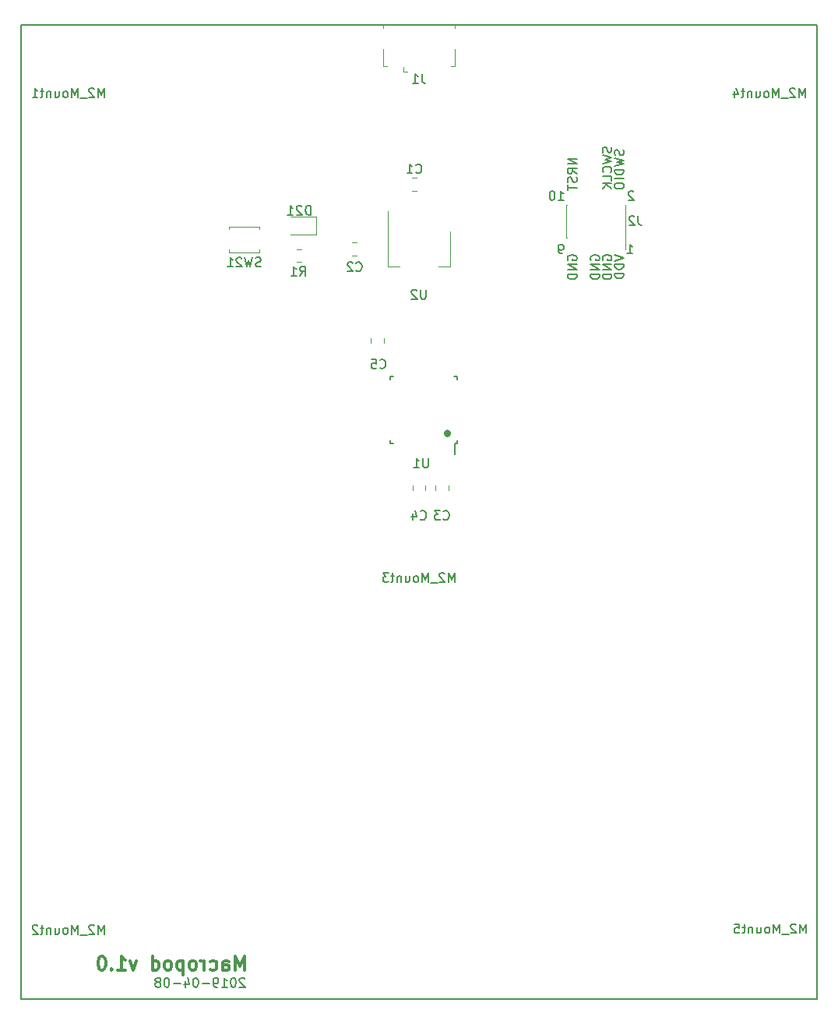
<source format=gbr>
%TF.GenerationSoftware,KiCad,Pcbnew,(5.0.2-5-10.14)*%
%TF.CreationDate,2019-04-08T21:19:03+10:00*%
%TF.ProjectId,macropod,6d616372-6f70-46f6-942e-6b696361645f,rev?*%
%TF.SameCoordinates,Original*%
%TF.FileFunction,Legend,Bot*%
%TF.FilePolarity,Positive*%
%FSLAX46Y46*%
G04 Gerber Fmt 4.6, Leading zero omitted, Abs format (unit mm)*
G04 Created by KiCad (PCBNEW (5.0.2-5-10.14)) date Monday, 08 April 2019 at 09:19:03 pm*
%MOMM*%
%LPD*%
G01*
G04 APERTURE LIST*
%ADD10C,0.150000*%
%ADD11C,0.400000*%
%ADD12C,0.300000*%
%ADD13C,0.120000*%
G04 APERTURE END LIST*
D10*
X93904761Y-41687976D02*
X93952380Y-41830833D01*
X93952380Y-42068928D01*
X93904761Y-42164166D01*
X93857142Y-42211785D01*
X93761904Y-42259404D01*
X93666666Y-42259404D01*
X93571428Y-42211785D01*
X93523809Y-42164166D01*
X93476190Y-42068928D01*
X93428571Y-41878452D01*
X93380952Y-41783214D01*
X93333333Y-41735595D01*
X93238095Y-41687976D01*
X93142857Y-41687976D01*
X93047619Y-41735595D01*
X93000000Y-41783214D01*
X92952380Y-41878452D01*
X92952380Y-42116547D01*
X93000000Y-42259404D01*
X92952380Y-42592738D02*
X93952380Y-42830833D01*
X93238095Y-43021309D01*
X93952380Y-43211785D01*
X92952380Y-43449880D01*
X93857142Y-44402261D02*
X93904761Y-44354642D01*
X93952380Y-44211785D01*
X93952380Y-44116547D01*
X93904761Y-43973690D01*
X93809523Y-43878452D01*
X93714285Y-43830833D01*
X93523809Y-43783214D01*
X93380952Y-43783214D01*
X93190476Y-43830833D01*
X93095238Y-43878452D01*
X93000000Y-43973690D01*
X92952380Y-44116547D01*
X92952380Y-44211785D01*
X93000000Y-44354642D01*
X93047619Y-44402261D01*
X93952380Y-45307023D02*
X93952380Y-44830833D01*
X92952380Y-44830833D01*
X93952380Y-45640357D02*
X92952380Y-45640357D01*
X93952380Y-46211785D02*
X93380952Y-45783214D01*
X92952380Y-46211785D02*
X93523809Y-45640357D01*
X95204761Y-41987976D02*
X95252380Y-42130833D01*
X95252380Y-42368928D01*
X95204761Y-42464166D01*
X95157142Y-42511785D01*
X95061904Y-42559404D01*
X94966666Y-42559404D01*
X94871428Y-42511785D01*
X94823809Y-42464166D01*
X94776190Y-42368928D01*
X94728571Y-42178452D01*
X94680952Y-42083214D01*
X94633333Y-42035595D01*
X94538095Y-41987976D01*
X94442857Y-41987976D01*
X94347619Y-42035595D01*
X94300000Y-42083214D01*
X94252380Y-42178452D01*
X94252380Y-42416547D01*
X94300000Y-42559404D01*
X94252380Y-42892738D02*
X95252380Y-43130833D01*
X94538095Y-43321309D01*
X95252380Y-43511785D01*
X94252380Y-43749880D01*
X95252380Y-44130833D02*
X94252380Y-44130833D01*
X94252380Y-44368928D01*
X94300000Y-44511785D01*
X94395238Y-44607023D01*
X94490476Y-44654642D01*
X94680952Y-44702261D01*
X94823809Y-44702261D01*
X95014285Y-44654642D01*
X95109523Y-44607023D01*
X95204761Y-44511785D01*
X95252380Y-44368928D01*
X95252380Y-44130833D01*
X95252380Y-45130833D02*
X94252380Y-45130833D01*
X94252380Y-45797500D02*
X94252380Y-45987976D01*
X94300000Y-46083214D01*
X94395238Y-46178452D01*
X94585714Y-46226071D01*
X94919047Y-46226071D01*
X95109523Y-46178452D01*
X95204761Y-46083214D01*
X95252380Y-45987976D01*
X95252380Y-45797500D01*
X95204761Y-45702261D01*
X95109523Y-45607023D01*
X94919047Y-45559404D01*
X94585714Y-45559404D01*
X94395238Y-45607023D01*
X94300000Y-45702261D01*
X94252380Y-45797500D01*
X90152380Y-42935595D02*
X89152380Y-42935595D01*
X90152380Y-43507023D01*
X89152380Y-43507023D01*
X90152380Y-44554642D02*
X89676190Y-44221309D01*
X90152380Y-43983214D02*
X89152380Y-43983214D01*
X89152380Y-44364166D01*
X89200000Y-44459404D01*
X89247619Y-44507023D01*
X89342857Y-44554642D01*
X89485714Y-44554642D01*
X89580952Y-44507023D01*
X89628571Y-44459404D01*
X89676190Y-44364166D01*
X89676190Y-43983214D01*
X90104761Y-44935595D02*
X90152380Y-45078452D01*
X90152380Y-45316547D01*
X90104761Y-45411785D01*
X90057142Y-45459404D01*
X89961904Y-45507023D01*
X89866666Y-45507023D01*
X89771428Y-45459404D01*
X89723809Y-45411785D01*
X89676190Y-45316547D01*
X89628571Y-45126071D01*
X89580952Y-45030833D01*
X89533333Y-44983214D01*
X89438095Y-44935595D01*
X89342857Y-44935595D01*
X89247619Y-44983214D01*
X89200000Y-45030833D01*
X89152380Y-45126071D01*
X89152380Y-45364166D01*
X89200000Y-45507023D01*
X89152380Y-45792738D02*
X89152380Y-46364166D01*
X90152380Y-46078452D02*
X89152380Y-46078452D01*
X89200000Y-53959404D02*
X89152380Y-53864166D01*
X89152380Y-53721309D01*
X89200000Y-53578452D01*
X89295238Y-53483214D01*
X89390476Y-53435595D01*
X89580952Y-53387976D01*
X89723809Y-53387976D01*
X89914285Y-53435595D01*
X90009523Y-53483214D01*
X90104761Y-53578452D01*
X90152380Y-53721309D01*
X90152380Y-53816547D01*
X90104761Y-53959404D01*
X90057142Y-54007023D01*
X89723809Y-54007023D01*
X89723809Y-53816547D01*
X90152380Y-54435595D02*
X89152380Y-54435595D01*
X90152380Y-55007023D01*
X89152380Y-55007023D01*
X90152380Y-55483214D02*
X89152380Y-55483214D01*
X89152380Y-55721309D01*
X89200000Y-55864166D01*
X89295238Y-55959404D01*
X89390476Y-56007023D01*
X89580952Y-56054642D01*
X89723809Y-56054642D01*
X89914285Y-56007023D01*
X90009523Y-55959404D01*
X90104761Y-55864166D01*
X90152380Y-55721309D01*
X90152380Y-55483214D01*
X91700000Y-53959404D02*
X91652380Y-53864166D01*
X91652380Y-53721309D01*
X91700000Y-53578452D01*
X91795238Y-53483214D01*
X91890476Y-53435595D01*
X92080952Y-53387976D01*
X92223809Y-53387976D01*
X92414285Y-53435595D01*
X92509523Y-53483214D01*
X92604761Y-53578452D01*
X92652380Y-53721309D01*
X92652380Y-53816547D01*
X92604761Y-53959404D01*
X92557142Y-54007023D01*
X92223809Y-54007023D01*
X92223809Y-53816547D01*
X92652380Y-54435595D02*
X91652380Y-54435595D01*
X92652380Y-55007023D01*
X91652380Y-55007023D01*
X92652380Y-55483214D02*
X91652380Y-55483214D01*
X91652380Y-55721309D01*
X91700000Y-55864166D01*
X91795238Y-55959404D01*
X91890476Y-56007023D01*
X92080952Y-56054642D01*
X92223809Y-56054642D01*
X92414285Y-56007023D01*
X92509523Y-55959404D01*
X92604761Y-55864166D01*
X92652380Y-55721309D01*
X92652380Y-55483214D01*
X88140595Y-47452380D02*
X88712023Y-47452380D01*
X88426309Y-47452380D02*
X88426309Y-46452380D01*
X88521547Y-46595238D01*
X88616785Y-46690476D01*
X88712023Y-46738095D01*
X87521547Y-46452380D02*
X87426309Y-46452380D01*
X87331071Y-46500000D01*
X87283452Y-46547619D01*
X87235833Y-46642857D01*
X87188214Y-46833333D01*
X87188214Y-47071428D01*
X87235833Y-47261904D01*
X87283452Y-47357142D01*
X87331071Y-47404761D01*
X87426309Y-47452380D01*
X87521547Y-47452380D01*
X87616785Y-47404761D01*
X87664404Y-47357142D01*
X87712023Y-47261904D01*
X87759642Y-47071428D01*
X87759642Y-46833333D01*
X87712023Y-46642857D01*
X87664404Y-46547619D01*
X87616785Y-46500000D01*
X87521547Y-46452380D01*
X88616785Y-53252380D02*
X88426309Y-53252380D01*
X88331071Y-53204761D01*
X88283452Y-53157142D01*
X88188214Y-53014285D01*
X88140595Y-52823809D01*
X88140595Y-52442857D01*
X88188214Y-52347619D01*
X88235833Y-52300000D01*
X88331071Y-52252380D01*
X88521547Y-52252380D01*
X88616785Y-52300000D01*
X88664404Y-52347619D01*
X88712023Y-52442857D01*
X88712023Y-52680952D01*
X88664404Y-52776190D01*
X88616785Y-52823809D01*
X88521547Y-52871428D01*
X88331071Y-52871428D01*
X88235833Y-52823809D01*
X88188214Y-52776190D01*
X88140595Y-52680952D01*
X96312023Y-46547619D02*
X96264404Y-46500000D01*
X96169166Y-46452380D01*
X95931071Y-46452380D01*
X95835833Y-46500000D01*
X95788214Y-46547619D01*
X95740595Y-46642857D01*
X95740595Y-46738095D01*
X95788214Y-46880952D01*
X96359642Y-47452380D01*
X95740595Y-47452380D01*
X95640595Y-53252380D02*
X96212023Y-53252380D01*
X95926309Y-53252380D02*
X95926309Y-52252380D01*
X96021547Y-52395238D01*
X96116785Y-52490476D01*
X96212023Y-52538095D01*
X93000000Y-53959404D02*
X92952380Y-53864166D01*
X92952380Y-53721309D01*
X93000000Y-53578452D01*
X93095238Y-53483214D01*
X93190476Y-53435595D01*
X93380952Y-53387976D01*
X93523809Y-53387976D01*
X93714285Y-53435595D01*
X93809523Y-53483214D01*
X93904761Y-53578452D01*
X93952380Y-53721309D01*
X93952380Y-53816547D01*
X93904761Y-53959404D01*
X93857142Y-54007023D01*
X93523809Y-54007023D01*
X93523809Y-53816547D01*
X93952380Y-54435595D02*
X92952380Y-54435595D01*
X93952380Y-55007023D01*
X92952380Y-55007023D01*
X93952380Y-55483214D02*
X92952380Y-55483214D01*
X92952380Y-55721309D01*
X93000000Y-55864166D01*
X93095238Y-55959404D01*
X93190476Y-56007023D01*
X93380952Y-56054642D01*
X93523809Y-56054642D01*
X93714285Y-56007023D01*
X93809523Y-55959404D01*
X93904761Y-55864166D01*
X93952380Y-55721309D01*
X93952380Y-55483214D01*
X94252380Y-53392738D02*
X95252380Y-53726071D01*
X94252380Y-54059404D01*
X95252380Y-54392738D02*
X94252380Y-54392738D01*
X94252380Y-54630833D01*
X94300000Y-54773690D01*
X94395238Y-54868928D01*
X94490476Y-54916547D01*
X94680952Y-54964166D01*
X94823809Y-54964166D01*
X95014285Y-54916547D01*
X95109523Y-54868928D01*
X95204761Y-54773690D01*
X95252380Y-54630833D01*
X95252380Y-54392738D01*
X95252380Y-55392738D02*
X94252380Y-55392738D01*
X94252380Y-55630833D01*
X94300000Y-55773690D01*
X94395238Y-55868928D01*
X94490476Y-55916547D01*
X94680952Y-55964166D01*
X94823809Y-55964166D01*
X95014285Y-55916547D01*
X95109523Y-55868928D01*
X95204761Y-55773690D01*
X95252380Y-55630833D01*
X95252380Y-55392738D01*
X54057142Y-132047619D02*
X54009523Y-132000000D01*
X53914285Y-131952380D01*
X53676190Y-131952380D01*
X53580952Y-132000000D01*
X53533333Y-132047619D01*
X53485714Y-132142857D01*
X53485714Y-132238095D01*
X53533333Y-132380952D01*
X54104761Y-132952380D01*
X53485714Y-132952380D01*
X52866666Y-131952380D02*
X52771428Y-131952380D01*
X52676190Y-132000000D01*
X52628571Y-132047619D01*
X52580952Y-132142857D01*
X52533333Y-132333333D01*
X52533333Y-132571428D01*
X52580952Y-132761904D01*
X52628571Y-132857142D01*
X52676190Y-132904761D01*
X52771428Y-132952380D01*
X52866666Y-132952380D01*
X52961904Y-132904761D01*
X53009523Y-132857142D01*
X53057142Y-132761904D01*
X53104761Y-132571428D01*
X53104761Y-132333333D01*
X53057142Y-132142857D01*
X53009523Y-132047619D01*
X52961904Y-132000000D01*
X52866666Y-131952380D01*
X51580952Y-132952380D02*
X52152380Y-132952380D01*
X51866666Y-132952380D02*
X51866666Y-131952380D01*
X51961904Y-132095238D01*
X52057142Y-132190476D01*
X52152380Y-132238095D01*
X51104761Y-132952380D02*
X50914285Y-132952380D01*
X50819047Y-132904761D01*
X50771428Y-132857142D01*
X50676190Y-132714285D01*
X50628571Y-132523809D01*
X50628571Y-132142857D01*
X50676190Y-132047619D01*
X50723809Y-132000000D01*
X50819047Y-131952380D01*
X51009523Y-131952380D01*
X51104761Y-132000000D01*
X51152380Y-132047619D01*
X51200000Y-132142857D01*
X51200000Y-132380952D01*
X51152380Y-132476190D01*
X51104761Y-132523809D01*
X51009523Y-132571428D01*
X50819047Y-132571428D01*
X50723809Y-132523809D01*
X50676190Y-132476190D01*
X50628571Y-132380952D01*
X50200000Y-132571428D02*
X49438095Y-132571428D01*
X48771428Y-131952380D02*
X48676190Y-131952380D01*
X48580952Y-132000000D01*
X48533333Y-132047619D01*
X48485714Y-132142857D01*
X48438095Y-132333333D01*
X48438095Y-132571428D01*
X48485714Y-132761904D01*
X48533333Y-132857142D01*
X48580952Y-132904761D01*
X48676190Y-132952380D01*
X48771428Y-132952380D01*
X48866666Y-132904761D01*
X48914285Y-132857142D01*
X48961904Y-132761904D01*
X49009523Y-132571428D01*
X49009523Y-132333333D01*
X48961904Y-132142857D01*
X48914285Y-132047619D01*
X48866666Y-132000000D01*
X48771428Y-131952380D01*
X47580952Y-132285714D02*
X47580952Y-132952380D01*
X47819047Y-131904761D02*
X48057142Y-132619047D01*
X47438095Y-132619047D01*
X47057142Y-132571428D02*
X46295238Y-132571428D01*
X45628571Y-131952380D02*
X45533333Y-131952380D01*
X45438095Y-132000000D01*
X45390476Y-132047619D01*
X45342857Y-132142857D01*
X45295238Y-132333333D01*
X45295238Y-132571428D01*
X45342857Y-132761904D01*
X45390476Y-132857142D01*
X45438095Y-132904761D01*
X45533333Y-132952380D01*
X45628571Y-132952380D01*
X45723809Y-132904761D01*
X45771428Y-132857142D01*
X45819047Y-132761904D01*
X45866666Y-132571428D01*
X45866666Y-132333333D01*
X45819047Y-132142857D01*
X45771428Y-132047619D01*
X45723809Y-132000000D01*
X45628571Y-131952380D01*
X44723809Y-132380952D02*
X44819047Y-132333333D01*
X44866666Y-132285714D01*
X44914285Y-132190476D01*
X44914285Y-132142857D01*
X44866666Y-132047619D01*
X44819047Y-132000000D01*
X44723809Y-131952380D01*
X44533333Y-131952380D01*
X44438095Y-132000000D01*
X44390476Y-132047619D01*
X44342857Y-132142857D01*
X44342857Y-132190476D01*
X44390476Y-132285714D01*
X44438095Y-132333333D01*
X44533333Y-132380952D01*
X44723809Y-132380952D01*
X44819047Y-132428571D01*
X44866666Y-132476190D01*
X44914285Y-132571428D01*
X44914285Y-132761904D01*
X44866666Y-132857142D01*
X44819047Y-132904761D01*
X44723809Y-132952380D01*
X44533333Y-132952380D01*
X44438095Y-132904761D01*
X44390476Y-132857142D01*
X44342857Y-132761904D01*
X44342857Y-132571428D01*
X44390476Y-132476190D01*
X44438095Y-132428571D01*
X44533333Y-132380952D01*
D11*
X76300000Y-72800000D02*
G75*
G03X76300000Y-72800000I-200000J0D01*
G01*
D12*
X54028571Y-131078571D02*
X54028571Y-129578571D01*
X53528571Y-130650000D01*
X53028571Y-129578571D01*
X53028571Y-131078571D01*
X51671428Y-131078571D02*
X51671428Y-130292857D01*
X51742857Y-130150000D01*
X51885714Y-130078571D01*
X52171428Y-130078571D01*
X52314285Y-130150000D01*
X51671428Y-131007142D02*
X51814285Y-131078571D01*
X52171428Y-131078571D01*
X52314285Y-131007142D01*
X52385714Y-130864285D01*
X52385714Y-130721428D01*
X52314285Y-130578571D01*
X52171428Y-130507142D01*
X51814285Y-130507142D01*
X51671428Y-130435714D01*
X50314285Y-131007142D02*
X50457142Y-131078571D01*
X50742857Y-131078571D01*
X50885714Y-131007142D01*
X50957142Y-130935714D01*
X51028571Y-130792857D01*
X51028571Y-130364285D01*
X50957142Y-130221428D01*
X50885714Y-130150000D01*
X50742857Y-130078571D01*
X50457142Y-130078571D01*
X50314285Y-130150000D01*
X49671428Y-131078571D02*
X49671428Y-130078571D01*
X49671428Y-130364285D02*
X49600000Y-130221428D01*
X49528571Y-130150000D01*
X49385714Y-130078571D01*
X49242857Y-130078571D01*
X48528571Y-131078571D02*
X48671428Y-131007142D01*
X48742857Y-130935714D01*
X48814285Y-130792857D01*
X48814285Y-130364285D01*
X48742857Y-130221428D01*
X48671428Y-130150000D01*
X48528571Y-130078571D01*
X48314285Y-130078571D01*
X48171428Y-130150000D01*
X48100000Y-130221428D01*
X48028571Y-130364285D01*
X48028571Y-130792857D01*
X48100000Y-130935714D01*
X48171428Y-131007142D01*
X48314285Y-131078571D01*
X48528571Y-131078571D01*
X47385714Y-130078571D02*
X47385714Y-131578571D01*
X47385714Y-130150000D02*
X47242857Y-130078571D01*
X46957142Y-130078571D01*
X46814285Y-130150000D01*
X46742857Y-130221428D01*
X46671428Y-130364285D01*
X46671428Y-130792857D01*
X46742857Y-130935714D01*
X46814285Y-131007142D01*
X46957142Y-131078571D01*
X47242857Y-131078571D01*
X47385714Y-131007142D01*
X45814285Y-131078571D02*
X45957142Y-131007142D01*
X46028571Y-130935714D01*
X46100000Y-130792857D01*
X46100000Y-130364285D01*
X46028571Y-130221428D01*
X45957142Y-130150000D01*
X45814285Y-130078571D01*
X45600000Y-130078571D01*
X45457142Y-130150000D01*
X45385714Y-130221428D01*
X45314285Y-130364285D01*
X45314285Y-130792857D01*
X45385714Y-130935714D01*
X45457142Y-131007142D01*
X45600000Y-131078571D01*
X45814285Y-131078571D01*
X44028571Y-131078571D02*
X44028571Y-129578571D01*
X44028571Y-131007142D02*
X44171428Y-131078571D01*
X44457142Y-131078571D01*
X44600000Y-131007142D01*
X44671428Y-130935714D01*
X44742857Y-130792857D01*
X44742857Y-130364285D01*
X44671428Y-130221428D01*
X44600000Y-130150000D01*
X44457142Y-130078571D01*
X44171428Y-130078571D01*
X44028571Y-130150000D01*
X42314285Y-130078571D02*
X41957142Y-131078571D01*
X41600000Y-130078571D01*
X40242857Y-131078571D02*
X41100000Y-131078571D01*
X40671428Y-131078571D02*
X40671428Y-129578571D01*
X40814285Y-129792857D01*
X40957142Y-129935714D01*
X41100000Y-130007142D01*
X39600000Y-130935714D02*
X39528571Y-131007142D01*
X39600000Y-131078571D01*
X39671428Y-131007142D01*
X39600000Y-130935714D01*
X39600000Y-131078571D01*
X38600000Y-129578571D02*
X38457142Y-129578571D01*
X38314285Y-129650000D01*
X38242857Y-129721428D01*
X38171428Y-129864285D01*
X38100000Y-130150000D01*
X38100000Y-130507142D01*
X38171428Y-130792857D01*
X38242857Y-130935714D01*
X38314285Y-131007142D01*
X38457142Y-131078571D01*
X38600000Y-131078571D01*
X38742857Y-131007142D01*
X38814285Y-130935714D01*
X38885714Y-130792857D01*
X38957142Y-130507142D01*
X38957142Y-130150000D01*
X38885714Y-129864285D01*
X38814285Y-129721428D01*
X38742857Y-129650000D01*
X38600000Y-129578571D01*
D10*
X29700000Y-28429951D02*
X29700000Y-134229951D01*
X29700000Y-134229951D02*
X116300000Y-134229951D01*
X116300000Y-28429951D02*
X116300000Y-134229951D01*
X29700000Y-28429951D02*
X116300000Y-28429951D01*
D13*
X72761252Y-45019951D02*
X72238748Y-45019951D01*
X72761252Y-46439951D02*
X72238748Y-46439951D01*
X66261252Y-52019951D02*
X65738748Y-52019951D01*
X66261252Y-53439951D02*
X65738748Y-53439951D01*
X74790000Y-78468699D02*
X74790000Y-78991203D01*
X76210000Y-78468699D02*
X76210000Y-78991203D01*
X69210000Y-62991203D02*
X69210000Y-62468699D01*
X67790000Y-62991203D02*
X67790000Y-62468699D01*
X71300000Y-33472451D02*
X71300000Y-33022451D01*
X71300000Y-33472451D02*
X71750000Y-33472451D01*
X76900000Y-32922451D02*
X76450000Y-32922451D01*
X76900000Y-31072451D02*
X76900000Y-32922451D01*
X69100000Y-28522451D02*
X69100000Y-28772451D01*
X76900000Y-28522451D02*
X76900000Y-28772451D01*
X69100000Y-31072451D02*
X69100000Y-32922451D01*
X69100000Y-32922451D02*
X69550000Y-32922451D01*
X95475000Y-51505000D02*
X95475000Y-47975000D01*
X89005000Y-51505000D02*
X89005000Y-47975000D01*
X95410000Y-52830000D02*
X95410000Y-51505000D01*
X95475000Y-51505000D02*
X95410000Y-51505000D01*
X95475000Y-47975000D02*
X95410000Y-47975000D01*
X89070000Y-51505000D02*
X89005000Y-51505000D01*
X89070000Y-47975000D02*
X89005000Y-47975000D01*
D10*
X77125000Y-73854951D02*
X76900000Y-73854951D01*
X77125000Y-66604951D02*
X76825000Y-66604951D01*
X69875000Y-66604951D02*
X70175000Y-66604951D01*
X69875000Y-73854951D02*
X70175000Y-73854951D01*
X77125000Y-73854951D02*
X77125000Y-73554951D01*
X69875000Y-73854951D02*
X69875000Y-73554951D01*
X69875000Y-66604951D02*
X69875000Y-66904951D01*
X77125000Y-66604951D02*
X77125000Y-66904951D01*
X76900000Y-73854951D02*
X76900000Y-75079951D01*
D13*
X76410000Y-54639951D02*
X75150000Y-54639951D01*
X69590000Y-54639951D02*
X70850000Y-54639951D01*
X76410000Y-50879951D02*
X76410000Y-54639951D01*
X69590000Y-48629951D02*
X69590000Y-54639951D01*
X72290000Y-78468699D02*
X72290000Y-78991203D01*
X73710000Y-78468699D02*
X73710000Y-78991203D01*
X60261252Y-52769951D02*
X59738748Y-52769951D01*
X60261252Y-54189951D02*
X59738748Y-54189951D01*
X59000000Y-49269951D02*
X61860000Y-49269951D01*
X61860000Y-49269951D02*
X61860000Y-51189951D01*
X61860000Y-51189951D02*
X59000000Y-51189951D01*
X52350000Y-50629951D02*
X52350000Y-50329951D01*
X52350000Y-50329951D02*
X55650000Y-50329951D01*
X55650000Y-50329951D02*
X55650000Y-50629951D01*
X52350000Y-52829951D02*
X52350000Y-53129951D01*
X52350000Y-53129951D02*
X55650000Y-53129951D01*
X55650000Y-53129951D02*
X55650000Y-52829951D01*
D10*
X76880952Y-88952380D02*
X76880952Y-87952380D01*
X76547619Y-88666666D01*
X76214285Y-87952380D01*
X76214285Y-88952380D01*
X75785714Y-88047619D02*
X75738095Y-88000000D01*
X75642857Y-87952380D01*
X75404761Y-87952380D01*
X75309523Y-88000000D01*
X75261904Y-88047619D01*
X75214285Y-88142857D01*
X75214285Y-88238095D01*
X75261904Y-88380952D01*
X75833333Y-88952380D01*
X75214285Y-88952380D01*
X75023809Y-89047619D02*
X74261904Y-89047619D01*
X74023809Y-88952380D02*
X74023809Y-87952380D01*
X73690476Y-88666666D01*
X73357142Y-87952380D01*
X73357142Y-88952380D01*
X72738095Y-88952380D02*
X72833333Y-88904761D01*
X72880952Y-88857142D01*
X72928571Y-88761904D01*
X72928571Y-88476190D01*
X72880952Y-88380952D01*
X72833333Y-88333333D01*
X72738095Y-88285714D01*
X72595238Y-88285714D01*
X72500000Y-88333333D01*
X72452380Y-88380952D01*
X72404761Y-88476190D01*
X72404761Y-88761904D01*
X72452380Y-88857142D01*
X72500000Y-88904761D01*
X72595238Y-88952380D01*
X72738095Y-88952380D01*
X71547619Y-88285714D02*
X71547619Y-88952380D01*
X71976190Y-88285714D02*
X71976190Y-88809523D01*
X71928571Y-88904761D01*
X71833333Y-88952380D01*
X71690476Y-88952380D01*
X71595238Y-88904761D01*
X71547619Y-88857142D01*
X71071428Y-88285714D02*
X71071428Y-88952380D01*
X71071428Y-88380952D02*
X71023809Y-88333333D01*
X70928571Y-88285714D01*
X70785714Y-88285714D01*
X70690476Y-88333333D01*
X70642857Y-88428571D01*
X70642857Y-88952380D01*
X70309523Y-88285714D02*
X69928571Y-88285714D01*
X70166666Y-87952380D02*
X70166666Y-88809523D01*
X70119047Y-88904761D01*
X70023809Y-88952380D01*
X69928571Y-88952380D01*
X69690476Y-87952380D02*
X69071428Y-87952380D01*
X69404761Y-88333333D01*
X69261904Y-88333333D01*
X69166666Y-88380952D01*
X69119047Y-88428571D01*
X69071428Y-88523809D01*
X69071428Y-88761904D01*
X69119047Y-88857142D01*
X69166666Y-88904761D01*
X69261904Y-88952380D01*
X69547619Y-88952380D01*
X69642857Y-88904761D01*
X69690476Y-88857142D01*
X115080952Y-127082331D02*
X115080952Y-126082331D01*
X114747619Y-126796617D01*
X114414285Y-126082331D01*
X114414285Y-127082331D01*
X113985714Y-126177570D02*
X113938095Y-126129951D01*
X113842857Y-126082331D01*
X113604761Y-126082331D01*
X113509523Y-126129951D01*
X113461904Y-126177570D01*
X113414285Y-126272808D01*
X113414285Y-126368046D01*
X113461904Y-126510903D01*
X114033333Y-127082331D01*
X113414285Y-127082331D01*
X113223809Y-127177570D02*
X112461904Y-127177570D01*
X112223809Y-127082331D02*
X112223809Y-126082331D01*
X111890476Y-126796617D01*
X111557142Y-126082331D01*
X111557142Y-127082331D01*
X110938095Y-127082331D02*
X111033333Y-127034712D01*
X111080952Y-126987093D01*
X111128571Y-126891855D01*
X111128571Y-126606141D01*
X111080952Y-126510903D01*
X111033333Y-126463284D01*
X110938095Y-126415665D01*
X110795238Y-126415665D01*
X110700000Y-126463284D01*
X110652380Y-126510903D01*
X110604761Y-126606141D01*
X110604761Y-126891855D01*
X110652380Y-126987093D01*
X110700000Y-127034712D01*
X110795238Y-127082331D01*
X110938095Y-127082331D01*
X109747619Y-126415665D02*
X109747619Y-127082331D01*
X110176190Y-126415665D02*
X110176190Y-126939474D01*
X110128571Y-127034712D01*
X110033333Y-127082331D01*
X109890476Y-127082331D01*
X109795238Y-127034712D01*
X109747619Y-126987093D01*
X109271428Y-126415665D02*
X109271428Y-127082331D01*
X109271428Y-126510903D02*
X109223809Y-126463284D01*
X109128571Y-126415665D01*
X108985714Y-126415665D01*
X108890476Y-126463284D01*
X108842857Y-126558522D01*
X108842857Y-127082331D01*
X108509523Y-126415665D02*
X108128571Y-126415665D01*
X108366666Y-126082331D02*
X108366666Y-126939474D01*
X108319047Y-127034712D01*
X108223809Y-127082331D01*
X108128571Y-127082331D01*
X107319047Y-126082331D02*
X107795238Y-126082331D01*
X107842857Y-126558522D01*
X107795238Y-126510903D01*
X107700000Y-126463284D01*
X107461904Y-126463284D01*
X107366666Y-126510903D01*
X107319047Y-126558522D01*
X107271428Y-126653760D01*
X107271428Y-126891855D01*
X107319047Y-126987093D01*
X107366666Y-127034712D01*
X107461904Y-127082331D01*
X107700000Y-127082331D01*
X107795238Y-127034712D01*
X107842857Y-126987093D01*
X38780952Y-127182331D02*
X38780952Y-126182331D01*
X38447619Y-126896617D01*
X38114285Y-126182331D01*
X38114285Y-127182331D01*
X37685714Y-126277570D02*
X37638095Y-126229951D01*
X37542857Y-126182331D01*
X37304761Y-126182331D01*
X37209523Y-126229951D01*
X37161904Y-126277570D01*
X37114285Y-126372808D01*
X37114285Y-126468046D01*
X37161904Y-126610903D01*
X37733333Y-127182331D01*
X37114285Y-127182331D01*
X36923809Y-127277570D02*
X36161904Y-127277570D01*
X35923809Y-127182331D02*
X35923809Y-126182331D01*
X35590476Y-126896617D01*
X35257142Y-126182331D01*
X35257142Y-127182331D01*
X34638095Y-127182331D02*
X34733333Y-127134712D01*
X34780952Y-127087093D01*
X34828571Y-126991855D01*
X34828571Y-126706141D01*
X34780952Y-126610903D01*
X34733333Y-126563284D01*
X34638095Y-126515665D01*
X34495238Y-126515665D01*
X34400000Y-126563284D01*
X34352380Y-126610903D01*
X34304761Y-126706141D01*
X34304761Y-126991855D01*
X34352380Y-127087093D01*
X34400000Y-127134712D01*
X34495238Y-127182331D01*
X34638095Y-127182331D01*
X33447619Y-126515665D02*
X33447619Y-127182331D01*
X33876190Y-126515665D02*
X33876190Y-127039474D01*
X33828571Y-127134712D01*
X33733333Y-127182331D01*
X33590476Y-127182331D01*
X33495238Y-127134712D01*
X33447619Y-127087093D01*
X32971428Y-126515665D02*
X32971428Y-127182331D01*
X32971428Y-126610903D02*
X32923809Y-126563284D01*
X32828571Y-126515665D01*
X32685714Y-126515665D01*
X32590476Y-126563284D01*
X32542857Y-126658522D01*
X32542857Y-127182331D01*
X32209523Y-126515665D02*
X31828571Y-126515665D01*
X32066666Y-126182331D02*
X32066666Y-127039474D01*
X32019047Y-127134712D01*
X31923809Y-127182331D01*
X31828571Y-127182331D01*
X31542857Y-126277570D02*
X31495238Y-126229951D01*
X31400000Y-126182331D01*
X31161904Y-126182331D01*
X31066666Y-126229951D01*
X31019047Y-126277570D01*
X30971428Y-126372808D01*
X30971428Y-126468046D01*
X31019047Y-126610903D01*
X31590476Y-127182331D01*
X30971428Y-127182331D01*
X38780952Y-36282331D02*
X38780952Y-35282331D01*
X38447619Y-35996617D01*
X38114285Y-35282331D01*
X38114285Y-36282331D01*
X37685714Y-35377570D02*
X37638095Y-35329951D01*
X37542857Y-35282331D01*
X37304761Y-35282331D01*
X37209523Y-35329951D01*
X37161904Y-35377570D01*
X37114285Y-35472808D01*
X37114285Y-35568046D01*
X37161904Y-35710903D01*
X37733333Y-36282331D01*
X37114285Y-36282331D01*
X36923809Y-36377570D02*
X36161904Y-36377570D01*
X35923809Y-36282331D02*
X35923809Y-35282331D01*
X35590476Y-35996617D01*
X35257142Y-35282331D01*
X35257142Y-36282331D01*
X34638095Y-36282331D02*
X34733333Y-36234712D01*
X34780952Y-36187093D01*
X34828571Y-36091855D01*
X34828571Y-35806141D01*
X34780952Y-35710903D01*
X34733333Y-35663284D01*
X34638095Y-35615665D01*
X34495238Y-35615665D01*
X34400000Y-35663284D01*
X34352380Y-35710903D01*
X34304761Y-35806141D01*
X34304761Y-36091855D01*
X34352380Y-36187093D01*
X34400000Y-36234712D01*
X34495238Y-36282331D01*
X34638095Y-36282331D01*
X33447619Y-35615665D02*
X33447619Y-36282331D01*
X33876190Y-35615665D02*
X33876190Y-36139474D01*
X33828571Y-36234712D01*
X33733333Y-36282331D01*
X33590476Y-36282331D01*
X33495238Y-36234712D01*
X33447619Y-36187093D01*
X32971428Y-35615665D02*
X32971428Y-36282331D01*
X32971428Y-35710903D02*
X32923809Y-35663284D01*
X32828571Y-35615665D01*
X32685714Y-35615665D01*
X32590476Y-35663284D01*
X32542857Y-35758522D01*
X32542857Y-36282331D01*
X32209523Y-35615665D02*
X31828571Y-35615665D01*
X32066666Y-35282331D02*
X32066666Y-36139474D01*
X32019047Y-36234712D01*
X31923809Y-36282331D01*
X31828571Y-36282331D01*
X30971428Y-36282331D02*
X31542857Y-36282331D01*
X31257142Y-36282331D02*
X31257142Y-35282331D01*
X31352380Y-35425189D01*
X31447619Y-35520427D01*
X31542857Y-35568046D01*
X72666666Y-44437093D02*
X72714285Y-44484712D01*
X72857142Y-44532331D01*
X72952380Y-44532331D01*
X73095238Y-44484712D01*
X73190476Y-44389474D01*
X73238095Y-44294236D01*
X73285714Y-44103760D01*
X73285714Y-43960903D01*
X73238095Y-43770427D01*
X73190476Y-43675189D01*
X73095238Y-43579951D01*
X72952380Y-43532331D01*
X72857142Y-43532331D01*
X72714285Y-43579951D01*
X72666666Y-43627570D01*
X71714285Y-44532331D02*
X72285714Y-44532331D01*
X72000000Y-44532331D02*
X72000000Y-43532331D01*
X72095238Y-43675189D01*
X72190476Y-43770427D01*
X72285714Y-43818046D01*
X66166666Y-55087093D02*
X66214285Y-55134712D01*
X66357142Y-55182331D01*
X66452380Y-55182331D01*
X66595238Y-55134712D01*
X66690476Y-55039474D01*
X66738095Y-54944236D01*
X66785714Y-54753760D01*
X66785714Y-54610903D01*
X66738095Y-54420427D01*
X66690476Y-54325189D01*
X66595238Y-54229951D01*
X66452380Y-54182331D01*
X66357142Y-54182331D01*
X66214285Y-54229951D01*
X66166666Y-54277570D01*
X65785714Y-54277570D02*
X65738095Y-54229951D01*
X65642857Y-54182331D01*
X65404761Y-54182331D01*
X65309523Y-54229951D01*
X65261904Y-54277570D01*
X65214285Y-54372808D01*
X65214285Y-54468046D01*
X65261904Y-54610903D01*
X65833333Y-55182331D01*
X65214285Y-55182331D01*
X75666666Y-82087093D02*
X75714285Y-82134712D01*
X75857142Y-82182331D01*
X75952380Y-82182331D01*
X76095238Y-82134712D01*
X76190476Y-82039474D01*
X76238095Y-81944236D01*
X76285714Y-81753760D01*
X76285714Y-81610903D01*
X76238095Y-81420427D01*
X76190476Y-81325189D01*
X76095238Y-81229951D01*
X75952380Y-81182331D01*
X75857142Y-81182331D01*
X75714285Y-81229951D01*
X75666666Y-81277570D01*
X75333333Y-81182331D02*
X74714285Y-81182331D01*
X75047619Y-81563284D01*
X74904761Y-81563284D01*
X74809523Y-81610903D01*
X74761904Y-81658522D01*
X74714285Y-81753760D01*
X74714285Y-81991855D01*
X74761904Y-82087093D01*
X74809523Y-82134712D01*
X74904761Y-82182331D01*
X75190476Y-82182331D01*
X75285714Y-82134712D01*
X75333333Y-82087093D01*
X68766666Y-65657142D02*
X68814285Y-65704761D01*
X68957142Y-65752380D01*
X69052380Y-65752380D01*
X69195238Y-65704761D01*
X69290476Y-65609523D01*
X69338095Y-65514285D01*
X69385714Y-65323809D01*
X69385714Y-65180952D01*
X69338095Y-64990476D01*
X69290476Y-64895238D01*
X69195238Y-64800000D01*
X69052380Y-64752380D01*
X68957142Y-64752380D01*
X68814285Y-64800000D01*
X68766666Y-64847619D01*
X67861904Y-64752380D02*
X68338095Y-64752380D01*
X68385714Y-65228571D01*
X68338095Y-65180952D01*
X68242857Y-65133333D01*
X68004761Y-65133333D01*
X67909523Y-65180952D01*
X67861904Y-65228571D01*
X67814285Y-65323809D01*
X67814285Y-65561904D01*
X67861904Y-65657142D01*
X67909523Y-65704761D01*
X68004761Y-65752380D01*
X68242857Y-65752380D01*
X68338095Y-65704761D01*
X68385714Y-65657142D01*
X73333333Y-33724831D02*
X73333333Y-34439117D01*
X73380952Y-34581974D01*
X73476190Y-34677212D01*
X73619047Y-34724831D01*
X73714285Y-34724831D01*
X72333333Y-34724831D02*
X72904761Y-34724831D01*
X72619047Y-34724831D02*
X72619047Y-33724831D01*
X72714285Y-33867689D01*
X72809523Y-33962927D01*
X72904761Y-34010546D01*
X96833333Y-49152380D02*
X96833333Y-49866666D01*
X96880952Y-50009523D01*
X96976190Y-50104761D01*
X97119047Y-50152380D01*
X97214285Y-50152380D01*
X96404761Y-49247619D02*
X96357142Y-49200000D01*
X96261904Y-49152380D01*
X96023809Y-49152380D01*
X95928571Y-49200000D01*
X95880952Y-49247619D01*
X95833333Y-49342857D01*
X95833333Y-49438095D01*
X95880952Y-49580952D01*
X96452380Y-50152380D01*
X95833333Y-50152380D01*
X74011904Y-75482331D02*
X74011904Y-76291855D01*
X73964285Y-76387093D01*
X73916666Y-76434712D01*
X73821428Y-76482331D01*
X73630952Y-76482331D01*
X73535714Y-76434712D01*
X73488095Y-76387093D01*
X73440476Y-76291855D01*
X73440476Y-75482331D01*
X72440476Y-76482331D02*
X73011904Y-76482331D01*
X72726190Y-76482331D02*
X72726190Y-75482331D01*
X72821428Y-75625189D01*
X72916666Y-75720427D01*
X73011904Y-75768046D01*
X73761904Y-57182331D02*
X73761904Y-57991855D01*
X73714285Y-58087093D01*
X73666666Y-58134712D01*
X73571428Y-58182331D01*
X73380952Y-58182331D01*
X73285714Y-58134712D01*
X73238095Y-58087093D01*
X73190476Y-57991855D01*
X73190476Y-57182331D01*
X72761904Y-57277570D02*
X72714285Y-57229951D01*
X72619047Y-57182331D01*
X72380952Y-57182331D01*
X72285714Y-57229951D01*
X72238095Y-57277570D01*
X72190476Y-57372808D01*
X72190476Y-57468046D01*
X72238095Y-57610903D01*
X72809523Y-58182331D01*
X72190476Y-58182331D01*
X73166666Y-82087093D02*
X73214285Y-82134712D01*
X73357142Y-82182331D01*
X73452380Y-82182331D01*
X73595238Y-82134712D01*
X73690476Y-82039474D01*
X73738095Y-81944236D01*
X73785714Y-81753760D01*
X73785714Y-81610903D01*
X73738095Y-81420427D01*
X73690476Y-81325189D01*
X73595238Y-81229951D01*
X73452380Y-81182331D01*
X73357142Y-81182331D01*
X73214285Y-81229951D01*
X73166666Y-81277570D01*
X72309523Y-81515665D02*
X72309523Y-82182331D01*
X72547619Y-81134712D02*
X72785714Y-81848998D01*
X72166666Y-81848998D01*
X60066666Y-55652380D02*
X60400000Y-55176190D01*
X60638095Y-55652380D02*
X60638095Y-54652380D01*
X60257142Y-54652380D01*
X60161904Y-54700000D01*
X60114285Y-54747619D01*
X60066666Y-54842857D01*
X60066666Y-54985714D01*
X60114285Y-55080952D01*
X60161904Y-55128571D01*
X60257142Y-55176190D01*
X60638095Y-55176190D01*
X59114285Y-55652380D02*
X59685714Y-55652380D01*
X59400000Y-55652380D02*
X59400000Y-54652380D01*
X59495238Y-54795238D01*
X59590476Y-54890476D01*
X59685714Y-54938095D01*
X61214285Y-49032331D02*
X61214285Y-48032331D01*
X60976190Y-48032331D01*
X60833333Y-48079951D01*
X60738095Y-48175189D01*
X60690476Y-48270427D01*
X60642857Y-48460903D01*
X60642857Y-48603760D01*
X60690476Y-48794236D01*
X60738095Y-48889474D01*
X60833333Y-48984712D01*
X60976190Y-49032331D01*
X61214285Y-49032331D01*
X60261904Y-48127570D02*
X60214285Y-48079951D01*
X60119047Y-48032331D01*
X59880952Y-48032331D01*
X59785714Y-48079951D01*
X59738095Y-48127570D01*
X59690476Y-48222808D01*
X59690476Y-48318046D01*
X59738095Y-48460903D01*
X60309523Y-49032331D01*
X59690476Y-49032331D01*
X58738095Y-49032331D02*
X59309523Y-49032331D01*
X59023809Y-49032331D02*
X59023809Y-48032331D01*
X59119047Y-48175189D01*
X59214285Y-48270427D01*
X59309523Y-48318046D01*
X55809523Y-54634712D02*
X55666666Y-54682331D01*
X55428571Y-54682331D01*
X55333333Y-54634712D01*
X55285714Y-54587093D01*
X55238095Y-54491855D01*
X55238095Y-54396617D01*
X55285714Y-54301379D01*
X55333333Y-54253760D01*
X55428571Y-54206141D01*
X55619047Y-54158522D01*
X55714285Y-54110903D01*
X55761904Y-54063284D01*
X55809523Y-53968046D01*
X55809523Y-53872808D01*
X55761904Y-53777570D01*
X55714285Y-53729951D01*
X55619047Y-53682331D01*
X55380952Y-53682331D01*
X55238095Y-53729951D01*
X54904761Y-53682331D02*
X54666666Y-54682331D01*
X54476190Y-53968046D01*
X54285714Y-54682331D01*
X54047619Y-53682331D01*
X53714285Y-53777570D02*
X53666666Y-53729951D01*
X53571428Y-53682331D01*
X53333333Y-53682331D01*
X53238095Y-53729951D01*
X53190476Y-53777570D01*
X53142857Y-53872808D01*
X53142857Y-53968046D01*
X53190476Y-54110903D01*
X53761904Y-54682331D01*
X53142857Y-54682331D01*
X52190476Y-54682331D02*
X52761904Y-54682331D01*
X52476190Y-54682331D02*
X52476190Y-53682331D01*
X52571428Y-53825189D01*
X52666666Y-53920427D01*
X52761904Y-53968046D01*
X114980952Y-36282331D02*
X114980952Y-35282331D01*
X114647619Y-35996617D01*
X114314285Y-35282331D01*
X114314285Y-36282331D01*
X113885714Y-35377570D02*
X113838095Y-35329951D01*
X113742857Y-35282331D01*
X113504761Y-35282331D01*
X113409523Y-35329951D01*
X113361904Y-35377570D01*
X113314285Y-35472808D01*
X113314285Y-35568046D01*
X113361904Y-35710903D01*
X113933333Y-36282331D01*
X113314285Y-36282331D01*
X113123809Y-36377570D02*
X112361904Y-36377570D01*
X112123809Y-36282331D02*
X112123809Y-35282331D01*
X111790476Y-35996617D01*
X111457142Y-35282331D01*
X111457142Y-36282331D01*
X110838095Y-36282331D02*
X110933333Y-36234712D01*
X110980952Y-36187093D01*
X111028571Y-36091855D01*
X111028571Y-35806141D01*
X110980952Y-35710903D01*
X110933333Y-35663284D01*
X110838095Y-35615665D01*
X110695238Y-35615665D01*
X110600000Y-35663284D01*
X110552380Y-35710903D01*
X110504761Y-35806141D01*
X110504761Y-36091855D01*
X110552380Y-36187093D01*
X110600000Y-36234712D01*
X110695238Y-36282331D01*
X110838095Y-36282331D01*
X109647619Y-35615665D02*
X109647619Y-36282331D01*
X110076190Y-35615665D02*
X110076190Y-36139474D01*
X110028571Y-36234712D01*
X109933333Y-36282331D01*
X109790476Y-36282331D01*
X109695238Y-36234712D01*
X109647619Y-36187093D01*
X109171428Y-35615665D02*
X109171428Y-36282331D01*
X109171428Y-35710903D02*
X109123809Y-35663284D01*
X109028571Y-35615665D01*
X108885714Y-35615665D01*
X108790476Y-35663284D01*
X108742857Y-35758522D01*
X108742857Y-36282331D01*
X108409523Y-35615665D02*
X108028571Y-35615665D01*
X108266666Y-35282331D02*
X108266666Y-36139474D01*
X108219047Y-36234712D01*
X108123809Y-36282331D01*
X108028571Y-36282331D01*
X107266666Y-35615665D02*
X107266666Y-36282331D01*
X107504761Y-35234712D02*
X107742857Y-35948998D01*
X107123809Y-35948998D01*
M02*

</source>
